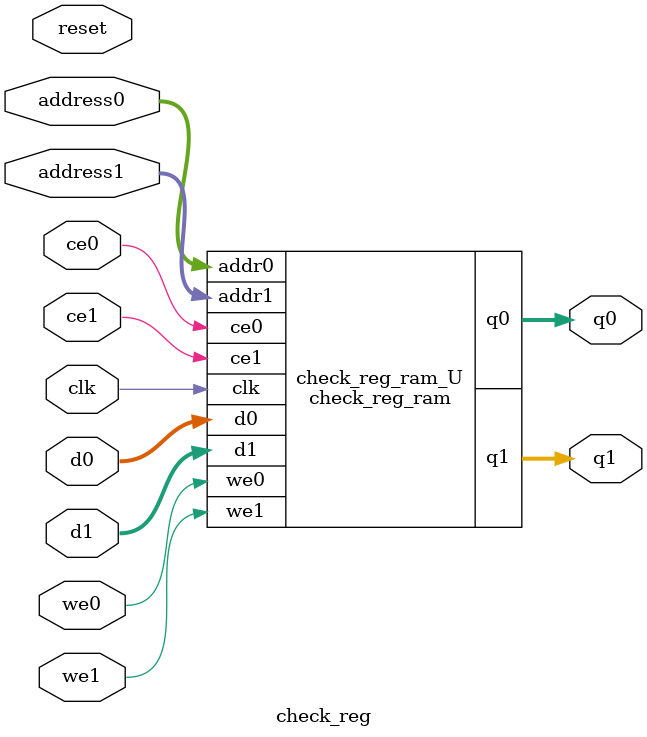
<source format=v>
`timescale 1 ns / 1 ps
module check_reg_ram (addr0, ce0, d0, we0, q0, addr1, ce1, d1, we1, q1,  clk);

parameter DWIDTH = 32;
parameter AWIDTH = 5;
parameter MEM_SIZE = 32;

input[AWIDTH-1:0] addr0;
input ce0;
input[DWIDTH-1:0] d0;
input we0;
output reg[DWIDTH-1:0] q0;
input[AWIDTH-1:0] addr1;
input ce1;
input[DWIDTH-1:0] d1;
input we1;
output reg[DWIDTH-1:0] q1;
input clk;

(* ram_style = "block" *)reg [DWIDTH-1:0] ram[0:MEM_SIZE-1];




always @(posedge clk)  
begin 
    if (ce0) begin
        if (we0) 
            ram[addr0] <= d0; 
        q0 <= ram[addr0];
    end
end


always @(posedge clk)  
begin 
    if (ce1) begin
        if (we1) 
            ram[addr1] <= d1; 
        q1 <= ram[addr1];
    end
end


endmodule

`timescale 1 ns / 1 ps
module check_reg(
    reset,
    clk,
    address0,
    ce0,
    we0,
    d0,
    q0,
    address1,
    ce1,
    we1,
    d1,
    q1);

parameter DataWidth = 32'd32;
parameter AddressRange = 32'd32;
parameter AddressWidth = 32'd5;
input reset;
input clk;
input[AddressWidth - 1:0] address0;
input ce0;
input we0;
input[DataWidth - 1:0] d0;
output[DataWidth - 1:0] q0;
input[AddressWidth - 1:0] address1;
input ce1;
input we1;
input[DataWidth - 1:0] d1;
output[DataWidth - 1:0] q1;



check_reg_ram check_reg_ram_U(
    .clk( clk ),
    .addr0( address0 ),
    .ce0( ce0 ),
    .we0( we0 ),
    .d0( d0 ),
    .q0( q0 ),
    .addr1( address1 ),
    .ce1( ce1 ),
    .we1( we1 ),
    .d1( d1 ),
    .q1( q1 ));

endmodule


</source>
